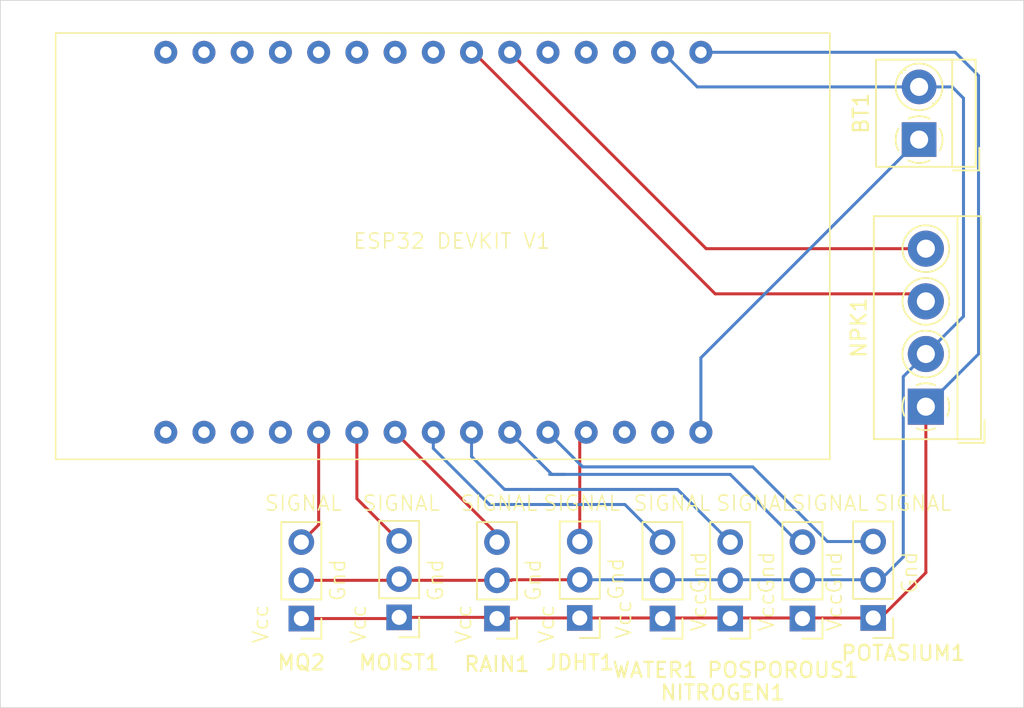
<source format=kicad_pcb>
(kicad_pcb (version 20240108) (generator "pcbnew") (generator_version "8.0")
  (layers (0 "F.Cu" signal) (31 "B.Cu" signal) (34 "B.Paste" user) (35 "F.Paste" user) (36 "B.SilkS" user "B.Silkscreen") (37 "F.SilkS" user "F.Silkscreen") (38 "B.Mask" user) (39 "F.Mask" user) (44 "Edge.Cuts" user))
  (net 0 "")
  (net 1 "Net-(BT1-+)")
  (net 2 "GND")
  (net 3 "MQ2")
  (net 4 "3V3")
  (net 5 "RAIN")
  (net 6 "MOIST")
  (net 7 "DHT")
  (net 8 "RX")
  (net 9 "TX")
  (net 10 "NITRO")
  (net 21 "POSP")
  (net 27 "POT")
  (net 30 "WATER")
  (footprint "New folder:ESP32DEVIKITV1" (layer "F.Cu") (at 29.49 62.2)
    (property "Reference" "ESP32 DEVKIT V1" (at 19.01 -12.7 0) (layer "F.SilkS") (effects (font (thickness 0.1))))
    (property "Value" "~" (hide yes))
    (fp_rect (start -7.32 -26.53) (end 44.13 1.8) (stroke (width 0.1)) (fill none) (layer "F.SilkS"))
    (pad "1" thru_hole circle (at 0 0) (size 1.524 1.524) (drill 0.762) (layers "*.Cu" "*.Mask"))
    (pad "2" thru_hole circle (at 2.54 0) (size 1.524 1.524) (drill 0.762) (layers "*.Cu" "*.Mask"))
    (pad "3" thru_hole circle (at 5.08 0) (size 1.524 1.524) (drill 0.762) (layers "*.Cu" "*.Mask"))
    (pad "4" thru_hole circle (at 7.62 0) (size 1.524 1.524) (drill 0.762) (layers "*.Cu" "*.Mask"))
    (pad "5" thru_hole circle (at 10.16 0) (size 1.524 1.524) (drill 0.762) (layers "*.Cu" "*.Mask") (net 3 "MQ2"))
    (pad "6" thru_hole circle (at 12.7 0) (size 1.524 1.524) (drill 0.762) (layers "*.Cu" "*.Mask") (net 6 "MOIST"))
    (pad "7" thru_hole circle (at 15.24 0) (size 1.524 1.524) (drill 0.762) (layers "*.Cu" "*.Mask") (net 5 "RAIN"))
    (pad "8" thru_hole circle (at 17.78 0) (size 1.524 1.524) (drill 0.762) (layers "*.Cu" "*.Mask") (net 30 "WATER"))
    (pad "9" thru_hole circle (at 20.32 0) (size 1.524 1.524) (drill 0.762) (layers "*.Cu" "*.Mask") (net 10 "NITRO"))
    (pad "10" thru_hole circle (at 22.86 0) (size 1.524 1.524) (drill 0.762) (layers "*.Cu" "*.Mask") (net 21 "POSP"))
    (pad "11" thru_hole circle (at 25.4 0) (size 1.524 1.524) (drill 0.762) (layers "*.Cu" "*.Mask") (net 27 "POT"))
    (pad "12" thru_hole circle (at 27.94 0) (size 1.524 1.524) (drill 0.762) (layers "*.Cu" "*.Mask") (net 7 "DHT"))
    (pad "13" thru_hole circle (at 30.48 0) (size 1.524 1.524) (drill 0.762) (layers "*.Cu" "*.Mask"))
    (pad "14" thru_hole circle (at 33.02 0) (size 1.524 1.524) (drill 0.762) (layers "*.Cu" "*.Mask"))
    (pad "15" thru_hole circle (at 35.56 0) (size 1.524 1.524) (drill 0.762) (layers "*.Cu" "*.Mask") (net 1 "Net-(BT1-+)"))
    (pad "16" thru_hole circle (at 35.56 -25.25) (size 1.524 1.524) (drill 0.762) (layers "*.Cu" "*.Mask") (net 4 "3V3"))
    (pad "17" thru_hole circle (at 33.02 -25.25) (size 1.524 1.524) (drill 0.762) (layers "*.Cu" "*.Mask") (net 2 "GND"))
    (pad "18" thru_hole circle (at 30.48 -25.25) (size 1.524 1.524) (drill 0.762) (layers "*.Cu" "*.Mask"))
    (pad "19" thru_hole circle (at 27.94 -25.25) (size 1.524 1.524) (drill 0.762) (layers "*.Cu" "*.Mask"))
    (pad "20" thru_hole circle (at 25.4 -25.25) (size 1.524 1.524) (drill 0.762) (layers "*.Cu" "*.Mask"))
    (pad "21" thru_hole circle (at 22.86 -25.25) (size 1.524 1.524) (drill 0.762) (layers "*.Cu" "*.Mask") (net 8 "RX"))
    (pad "22" thru_hole circle (at 20.32 -25.25) (size 1.524 1.524) (drill 0.762) (layers "*.Cu" "*.Mask") (net 9 "TX"))
    (pad "23" thru_hole circle (at 17.78 -25.25) (size 1.524 1.524) (drill 0.762) (layers "*.Cu" "*.Mask"))
    (pad "24" thru_hole circle (at 15.24 -25.25) (size 1.524 1.524) (drill 0.762) (layers "*.Cu" "*.Mask"))
    (pad "25" thru_hole circle (at 12.7 -25.25) (size 1.524 1.524) (drill 0.762) (layers "*.Cu" "*.Mask"))
    (pad "26" thru_hole circle (at 10.16 -25.25) (size 1.524 1.524) (drill 0.762) (layers "*.Cu" "*.Mask"))
    (pad "27" thru_hole circle (at 7.62 -25.25) (size 1.524 1.524) (drill 0.762) (layers "*.Cu" "*.Mask"))
    (pad "28" thru_hole circle (at 5.08 -25.25) (size 1.524 1.524) (drill 0.762) (layers "*.Cu" "*.Mask"))
    (pad "29" thru_hole circle (at 2.54 -25.25) (size 1.524 1.524) (drill 0.762) (layers "*.Cu" "*.Mask"))
    (pad "30" thru_hole circle (at 0 -25.25) (size 1.524 1.524) (drill 0.762) (layers "*.Cu" "*.Mask"))
  )
  (footprint "Connector_PinHeader_2.54mm:PinHeader_1x03_P2.54mm_Vertical" (layer "F.Cu") (at 67 74.58 180)
    (property "Reference" "NITROGEN1" (at 0.5 -4.92 180) (layer "F.SilkS"))
    (property "Value" "Conn_01x03_Pin")
    (fp_line (start 1.33 1.27) (end 1.33 6.41) (stroke (width 0.12)) (layer "F.SilkS"))
    (fp_line (start -1.33 6.41) (end 1.33 6.41) (stroke (width 0.12)) (layer "F.SilkS"))
    (fp_line (start -1.33 1.27) (end 1.33 1.27) (stroke (width 0.12)) (layer "F.SilkS"))
    (fp_line (start -1.33 1.27) (end -1.33 6.41) (stroke (width 0.12)) (layer "F.SilkS"))
    (fp_line (start -1.33 0) (end -1.33 -1.33) (stroke (width 0.12)) (layer "F.SilkS"))
    (fp_line (start -1.33 -1.33) (end 0 -1.33) (stroke (width 0.12)) (layer "F.SilkS"))
    (pad "1" thru_hole rect (at 0 0 180) (size 1.7 1.7) (drill 1) (layers "*.Cu" "*.Mask") (net 4 "3V3"))
    (pad "2" thru_hole oval (at 0 2.54 180) (size 1.7 1.7) (drill 1) (layers "*.Cu" "*.Mask") (net 2 "GND"))
    (pad "3" thru_hole oval (at 0 5.08 180) (size 1.7 1.7) (drill 1) (layers "*.Cu" "*.Mask") (net 10 "NITRO"))
  )
  (footprint "Connector_PinHeader_2.54mm:PinHeader_1x03_P2.54mm_Vertical" (layer "F.Cu") (at 76.5 74.54 180)
    (property "Reference" "POTASIUM1" (at -2 -2.33 180) (layer "F.SilkS"))
    (property "Value" "Conn_01x03_Pin")
    (fp_line (start 1.33 1.27) (end 1.33 6.41) (stroke (width 0.12)) (layer "F.SilkS"))
    (fp_line (start -1.33 6.41) (end 1.33 6.41) (stroke (width 0.12)) (layer "F.SilkS"))
    (fp_line (start -1.33 1.27) (end 1.33 1.27) (stroke (width 0.12)) (layer "F.SilkS"))
    (fp_line (start -1.33 1.27) (end -1.33 6.41) (stroke (width 0.12)) (layer "F.SilkS"))
    (fp_line (start -1.33 0) (end -1.33 -1.33) (stroke (width 0.12)) (layer "F.SilkS"))
    (fp_line (start -1.33 -1.33) (end 0 -1.33) (stroke (width 0.12)) (layer "F.SilkS"))
    (pad "1" thru_hole rect (at 0 0 180) (size 1.7 1.7) (drill 1) (layers "*.Cu" "*.Mask") (net 4 "3V3"))
    (pad "2" thru_hole oval (at 0 2.54 180) (size 1.7 1.7) (drill 1) (layers "*.Cu" "*.Mask") (net 2 "GND"))
    (pad "3" thru_hole oval (at 0 5.08 180) (size 1.7 1.7) (drill 1) (layers "*.Cu" "*.Mask") (net 27 "POT"))
  )
  (footprint "Connector_PinHeader_2.54mm:PinHeader_1x03_P2.54mm_Vertical" (layer "F.Cu") (at 62.5 74.58 180)
    (property "Reference" "WATER1" (at 0.5 -3.42 180) (layer "F.SilkS"))
    (property "Value" "Conn_01x03_Pin")
    (fp_line (start 1.33 1.27) (end 1.33 6.41) (stroke (width 0.12)) (layer "F.SilkS"))
    (fp_line (start -1.33 6.41) (end 1.33 6.41) (stroke (width 0.12)) (layer "F.SilkS"))
    (fp_line (start -1.33 1.27) (end 1.33 1.27) (stroke (width 0.12)) (layer "F.SilkS"))
    (fp_line (start -1.33 1.27) (end -1.33 6.41) (stroke (width 0.12)) (layer "F.SilkS"))
    (fp_line (start -1.33 0) (end -1.33 -1.33) (stroke (width 0.12)) (layer "F.SilkS"))
    (fp_line (start -1.33 -1.33) (end 0 -1.33) (stroke (width 0.12)) (layer "F.SilkS"))
    (pad "1" thru_hole rect (at 0 0 180) (size 1.7 1.7) (drill 1) (layers "*.Cu" "*.Mask") (net 4 "3V3"))
    (pad "2" thru_hole oval (at 0 2.54 180) (size 1.7 1.7) (drill 1) (layers "*.Cu" "*.Mask") (net 2 "GND"))
    (pad "3" thru_hole oval (at 0 5.08 180) (size 1.7 1.7) (drill 1) (layers "*.Cu" "*.Mask") (net 30 "WATER"))
  )
  (footprint "Connector_PinHeader_2.54mm:PinHeader_1x03_P2.54mm_Vertical" (layer "F.Cu") (at 57 74.54 180)
    (property "Reference" "JDHT1" (at 0 -2.96 180) (layer "F.SilkS"))
    (property "Value" "Conn_01x03_Pin")
    (fp_line (start 1.33 1.27) (end 1.33 6.41) (stroke (width 0.12)) (layer "F.SilkS"))
    (fp_line (start -1.33 6.41) (end 1.33 6.41) (stroke (width 0.12)) (layer "F.SilkS"))
    (fp_line (start -1.33 1.27) (end 1.33 1.27) (stroke (width 0.12)) (layer "F.SilkS"))
    (fp_line (start -1.33 1.27) (end -1.33 6.41) (stroke (width 0.12)) (layer "F.SilkS"))
    (fp_line (start -1.33 0) (end -1.33 -1.33) (stroke (width 0.12)) (layer "F.SilkS"))
    (fp_line (start -1.33 -1.33) (end 0 -1.33) (stroke (width 0.12)) (layer "F.SilkS"))
    (pad "1" thru_hole rect (at 0 0 180) (size 1.7 1.7) (drill 1) (layers "*.Cu" "*.Mask") (net 4 "3V3"))
    (pad "2" thru_hole oval (at 0 2.54 180) (size 1.7 1.7) (drill 1) (layers "*.Cu" "*.Mask") (net 2 "GND"))
    (pad "3" thru_hole oval (at 0 5.08 180) (size 1.7 1.7) (drill 1) (layers "*.Cu" "*.Mask") (net 7 "DHT"))
  )
  (footprint "Connector_PinHeader_2.54mm:PinHeader_1x03_P2.54mm_Vertical" (layer "F.Cu") (at 45 74.5 180)
    (property "Reference" "MOIST1" (at 0 -3 180) (layer "F.SilkS"))
    (property "Value" "Conn_01x03_Pin")
    (fp_line (start 1.33 1.27) (end 1.33 6.41) (stroke (width 0.12)) (layer "F.SilkS"))
    (fp_line (start -1.33 6.41) (end 1.33 6.41) (stroke (width 0.12)) (layer "F.SilkS"))
    (fp_line (start -1.33 1.27) (end 1.33 1.27) (stroke (width 0.12)) (layer "F.SilkS"))
    (fp_line (start -1.33 1.27) (end -1.33 6.41) (stroke (width 0.12)) (layer "F.SilkS"))
    (fp_line (start -1.33 0) (end -1.33 -1.33) (stroke (width 0.12)) (layer "F.SilkS"))
    (fp_line (start -1.33 -1.33) (end 0 -1.33) (stroke (width 0.12)) (layer "F.SilkS"))
    (pad "1" thru_hole rect (at 0 0 180) (size 1.7 1.7) (drill 1) (layers "*.Cu" "*.Mask") (net 4 "3V3"))
    (pad "2" thru_hole oval (at 0 2.54 180) (size 1.7 1.7) (drill 1) (layers "*.Cu" "*.Mask") (net 2 "GND"))
    (pad "3" thru_hole oval (at 0 5.08 180) (size 1.7 1.7) (drill 1) (layers "*.Cu" "*.Mask") (net 6 "MOIST"))
  )
  (footprint "Connector_PinHeader_2.54mm:PinHeader_1x03_P2.54mm_Vertical" (layer "F.Cu") (at 38.5 74.58 180)
    (property "Reference" "MQ2" (at 0 -2.92 180) (layer "F.SilkS"))
    (property "Value" "Conn_01x03_Pin")
    (fp_line (start 1.33 1.27) (end 1.33 6.41) (stroke (width 0.12)) (layer "F.SilkS"))
    (fp_line (start -1.33 6.41) (end 1.33 6.41) (stroke (width 0.12)) (layer "F.SilkS"))
    (fp_line (start -1.33 1.27) (end 1.33 1.27) (stroke (width 0.12)) (layer "F.SilkS"))
    (fp_line (start -1.33 1.27) (end -1.33 6.41) (stroke (width 0.12)) (layer "F.SilkS"))
    (fp_line (start -1.33 0) (end -1.33 -1.33) (stroke (width 0.12)) (layer "F.SilkS"))
    (fp_line (start -1.33 -1.33) (end 0 -1.33) (stroke (width 0.12)) (layer "F.SilkS"))
    (pad "1" thru_hole rect (at 0 0 180) (size 1.7 1.7) (drill 1) (layers "*.Cu" "*.Mask") (net 4 "3V3"))
    (pad "2" thru_hole oval (at 0 2.54 180) (size 1.7 1.7) (drill 1) (layers "*.Cu" "*.Mask") (net 2 "GND"))
    (pad "3" thru_hole oval (at 0 5.08 180) (size 1.7 1.7) (drill 1) (layers "*.Cu" "*.Mask") (net 3 "MQ2"))
  )
  (footprint "TerminalBlock_MetzConnect:TerminalBlock_MetzConnect_Type059_RT06302HBWC_1x02_P3.50mm_Horizontal" (layer "F.Cu") (at 79.55 42.75 90)
    (property "Reference" "BT1" (at 1.75 -3.86 -90) (layer "F.SilkS"))
    (property "Value" "Battery")
    (fp_line (start 5.31 -2.86) (end 5.31 3.76) (stroke (width 0.12)) (layer "F.SilkS"))
    (fp_line (start -1.81 -2.86) (end 5.31 -2.86) (stroke (width 0.12)) (layer "F.SilkS"))
    (fp_line (start -1.81 -2.86) (end -1.81 3.76) (stroke (width 0.12)) (layer "F.SilkS"))
    (fp_line (start 4.49 -1.18) (end 4.436 -1.126) (stroke (width 0.12)) (layer "F.SilkS"))
    (fp_line (start 4.68 -0.99) (end 4.604 -0.914) (stroke (width 0.12)) (layer "F.SilkS"))
    (fp_line (start 2.397 0.914) (end 2.321 0.99) (stroke (width 0.12)) (layer "F.SilkS"))
    (fp_line (start 2.565 1.125) (end 2.511 1.18) (stroke (width 0.12)) (layer "F.SilkS"))
    (fp_line (start -1.81 2.2) (end 5.31 2.2) (stroke (width 0.12)) (layer "F.SilkS"))
    (fp_line (start -2.05 2.26) (end -2.05 4) (stroke (width 0.12)) (layer "F.SilkS"))
    (fp_line (start -1.81 3.76) (end 5.31 3.76) (stroke (width 0.12)) (layer "F.SilkS"))
    (fp_line (start -2.05 4) (end -0.55 4) (stroke (width 0.12)) (layer "F.SilkS"))
    (fp_arc (start -0.705733 -1.386645) (mid 0.000711 -1.555906) (end 0.707 -1.386) (stroke (width 0.12)) (layer "F.SilkS"))
    (fp_arc (start 1.386645 -0.705733) (mid 1.555906 0.000711) (end 1.386 0.707) (stroke (width 0.12)) (layer "F.SilkS"))
    (fp_arc (start -1.386645 0.705733) (mid -1.555906 -0.000711) (end -1.386 -0.707) (stroke (width 0.12)) (layer "F.SilkS"))
    (fp_arc (start 0.705955 1.385515) (mid 0.363007 1.512035) (end 0 1.555) (stroke (width 0.12)) (layer "F.SilkS"))
    (fp_arc (start 0.026444 1.555682) (mid -0.350695 1.515869) (end -0.707 1.386) (stroke (width 0.12)) (layer "F.SilkS"))
    (fp_circle (center 3.5 0) (end 5.055 0) (stroke (width 0.12)) (fill none) (layer "F.SilkS"))
    (pad "1" thru_hole rect (at 0 0 90) (size 2.3 2.3) (drill 1.2) (layers "*.Cu" "*.Mask") (net 1 "Net-(BT1-+)"))
    (pad "2" thru_hole circle (at 3.5 0 90) (size 2.3 2.3) (drill 1.2) (layers "*.Cu" "*.Mask") (net 2 "GND"))
  )
  (footprint "Connector_PinHeader_2.54mm:PinHeader_1x03_P2.54mm_Vertical" (layer "F.Cu") (at 51.5 74.58 180)
    (property "Reference" "RAIN1" (at 0 -3.03 180) (layer "F.SilkS"))
    (property "Value" "Conn_01x03_Pin")
    (fp_line (start 1.33 1.27) (end 1.33 6.41) (stroke (width 0.12)) (layer "F.SilkS"))
    (fp_line (start -1.33 6.41) (end 1.33 6.41) (stroke (width 0.12)) (layer "F.SilkS"))
    (fp_line (start -1.33 1.27) (end 1.33 1.27) (stroke (width 0.12)) (layer "F.SilkS"))
    (fp_line (start -1.33 1.27) (end -1.33 6.41) (stroke (width 0.12)) (layer "F.SilkS"))
    (fp_line (start -1.33 0) (end -1.33 -1.33) (stroke (width 0.12)) (layer "F.SilkS"))
    (fp_line (start -1.33 -1.33) (end 0 -1.33) (stroke (width 0.12)) (layer "F.SilkS"))
    (pad "1" thru_hole rect (at 0 0 180) (size 1.7 1.7) (drill 1) (layers "*.Cu" "*.Mask") (net 4 "3V3"))
    (pad "2" thru_hole oval (at 0 2.54 180) (size 1.7 1.7) (drill 1) (layers "*.Cu" "*.Mask") (net 2 "GND"))
    (pad "3" thru_hole oval (at 0 5.08 180) (size 1.7 1.7) (drill 1) (layers "*.Cu" "*.Mask") (net 5 "RAIN"))
  )
  (footprint "Connector_PinHeader_2.54mm:PinHeader_1x03_P2.54mm_Vertical" (layer "F.Cu") (at 71.8 74.58 180)
    (property "Reference" "POSPOROUS1" (at 1.3 -3.42 180) (layer "F.SilkS"))
    (property "Value" "Conn_01x03_Pin")
    (fp_line (start 1.33 1.27) (end 1.33 6.41) (stroke (width 0.12)) (layer "F.SilkS"))
    (fp_line (start -1.33 6.41) (end 1.33 6.41) (stroke (width 0.12)) (layer "F.SilkS"))
    (fp_line (start -1.33 1.27) (end 1.33 1.27) (stroke (width 0.12)) (layer "F.SilkS"))
    (fp_line (start -1.33 1.27) (end -1.33 6.41) (stroke (width 0.12)) (layer "F.SilkS"))
    (fp_line (start -1.33 0) (end -1.33 -1.33) (stroke (width 0.12)) (layer "F.SilkS"))
    (fp_line (start -1.33 -1.33) (end 0 -1.33) (stroke (width 0.12)) (layer "F.SilkS"))
    (pad "1" thru_hole rect (at 0 0 180) (size 1.7 1.7) (drill 1) (layers "*.Cu" "*.Mask") (net 4 "3V3"))
    (pad "2" thru_hole oval (at 0 2.54 180) (size 1.7 1.7) (drill 1) (layers "*.Cu" "*.Mask") (net 2 "GND"))
    (pad "3" thru_hole oval (at 0 5.08 180) (size 1.7 1.7) (drill 1) (layers "*.Cu" "*.Mask") (net 21 "POSP"))
  )
  (footprint "TerminalBlock_4Ucon:TerminalBlock_4Ucon_1x04_P3.50mm_Horizontal" (layer "F.Cu") (at 80 60.5 90)
    (property "Reference" "NPK1" (at 5.25 -4.46 -90) (layer "F.SilkS"))
    (property "Value" "Screw_Terminal_01x04")
    (fp_line (start 12.66 -3.46) (end 12.66 3.66) (stroke (width 0.12)) (layer "F.SilkS"))
    (fp_line (start -2.16 -3.46) (end 12.66 -3.46) (stroke (width 0.12)) (layer "F.SilkS"))
    (fp_line (start -2.16 -3.46) (end -2.16 3.66) (stroke (width 0.12)) (layer "F.SilkS"))
    (fp_line (start -2.16 2.1) (end 12.66 2.1) (stroke (width 0.12)) (layer "F.SilkS"))
    (fp_line (start -2.4 2.16) (end -2.4 3.9) (stroke (width 0.12)) (layer "F.SilkS"))
    (fp_line (start -2.16 3.66) (end 12.66 3.66) (stroke (width 0.12)) (layer "F.SilkS"))
    (fp_line (start -2.4 3.9) (end -0.9 3.9) (stroke (width 0.12)) (layer "F.SilkS"))
    (fp_arc (start -0.607742 -1.432109) (mid 0.00014 -1.555727) (end 0.608 -1.432) (stroke (width 0.12)) (layer "F.SilkS"))
    (fp_arc (start 1.432109 -0.607742) (mid 1.555727 0.00014) (end 1.432 0.608) (stroke (width 0.12)) (layer "F.SilkS"))
    (fp_arc (start -1.432109 0.607742) (mid -1.555727 -0.00014) (end -1.432 -0.608) (stroke (width 0.12)) (layer "F.SilkS"))
    (fp_arc (start 0.607587 1.431385) (mid 0.310017 1.523783) (end 0 1.555) (stroke (width 0.12)) (layer "F.SilkS"))
    (fp_arc (start 0.027011 1.555493) (mid -0.296984 1.527118) (end -0.608 1.432) (stroke (width 0.12)) (layer "F.SilkS"))
    (fp_circle (center 10.5 0) (end 12.055 0) (stroke (width 0.12)) (fill none) (layer "F.SilkS"))
    (fp_circle (center 7 0) (end 8.555 0) (stroke (width 0.12)) (fill none) (layer "F.SilkS"))
    (fp_circle (center 3.5 0) (end 5.055 0) (stroke (width 0.12)) (fill none) (layer "F.SilkS"))
    (pad "1" thru_hole rect (at 0 0 90) (size 2.4 2.4) (drill 1.2) (layers "*.Cu" "*.Mask") (net 4 "3V3"))
    (pad "2" thru_hole circle (at 3.5 0 90) (size 2.4 2.4) (drill 1.2) (layers "*.Cu" "*.Mask") (net 2 "GND"))
    (pad "3" thru_hole circle (at 7 0 90) (size 2.4 2.4) (drill 1.2) (layers "*.Cu" "*.Mask") (net 9 "TX"))
    (pad "4" thru_hole circle (at 10.5 0 90) (size 2.4 2.4) (drill 1.2) (layers "*.Cu" "*.Mask") (net 8 "RX"))
  )
  (gr_rect (start 18.5 33.5) (end 86.5 80.5) (stroke (width 0.05)) (fill none) (layer "Edge.Cuts"))
  (gr_text "SIGNAL\n" (at 71 67.5 0) (layer "F.SilkS") (effects (font (size 1 1) (thickness 0.1)) (justify left bottom)))
  (gr_text "SIGNAL\n" (at 49 67.5 0) (layer "F.SilkS") (effects (font (size 1 1) (thickness 0.1)) (justify left bottom)))
  (gr_text "Gnd" (at 65.5 73 90) (layer "F.SilkS") (effects (font (size 1 1) (thickness 0.1)) (justify left bottom)))
  (gr_text "SIGNAL\n" (at 66 67.5 0) (layer "F.SilkS") (effects (font (size 1 1) (thickness 0.1)) (justify left bottom)))
  (gr_text "Gnd" (at 74.5 73 90) (layer "F.SilkS") (effects (font (size 1 1) (thickness 0.1)) (justify left bottom)))
  (gr_text "Vcc\n" (at 60.5 76 90) (layer "F.SilkS") (effects (font (size 1 1) (thickness 0.1)) (justify left bottom)))
  (gr_text "Gnd" (at 48 73.5 90) (layer "F.SilkS") (effects (font (size 1 1) (thickness 0.1)) (justify left bottom)))
  (gr_text "Vcc\n" (at 36.375214 76.296214 90) (layer "F.SilkS") (effects (font (size 1 1) (thickness 0.1)) (justify left bottom)))
  (gr_text "SIGNAL\n" (at 54.5 67.5 0) (layer "F.SilkS") (effects (font (size 1 1) (thickness 0.1)) (justify left bottom)))
  (gr_text "Gnd" (at 79.5 73 90) (layer "F.SilkS") (effects (font (size 1 1) (thickness 0.1)) (justify left bottom)))
  (gr_text "SIGNAL\n" (at 36 67.5 0) (layer "F.SilkS") (effects (font (size 1 1) (thickness 0.1)) (justify left bottom)))
  (gr_text "Vcc\n" (at 74.5 75.5 90) (layer "F.SilkS") (effects (font (size 1 1) (thickness 0.1)) (justify left bottom)))
  (gr_text "Gnd" (at 70 73 90) (layer "F.SilkS") (effects (font (size 1 1) (thickness 0.1)) (justify left bottom)))
  (gr_text "Gnd" (at 60 73.415262 90) (layer "F.SilkS") (effects (font (size 1 1) (thickness 0.1)) (justify left bottom)))
  (gr_text "SIGNAL\n" (at 42.5 67.5 0) (layer "F.SilkS") (effects (font (size 1 1) (thickness 0.1)) (justify left bottom)))
  (gr_text "Vcc\n" (at 65.5 75.5 90) (layer "F.SilkS") (effects (font (size 1 1) (thickness 0.1)) (justify left bottom)))
  (gr_text "Gnd" (at 54.5 73.5 90) (layer "F.SilkS") (effects (font (size 1 1) (thickness 0.1)) (justify left bottom)))
  (gr_text "Vcc\n" (at 55.375214 76.296214 90) (layer "F.SilkS") (effects (font (size 1 1) (thickness 0.1)) (justify left bottom)))
  (gr_text "SIGNAL\n" (at 60.5 67.5 0) (layer "F.SilkS") (effects (font (size 1 1) (thickness 0.1)) (justify left bottom)))
  (gr_text "Gnd" (at 41.5 73.5 90) (layer "F.SilkS") (effects (font (size 1 1) (thickness 0.1)) (justify left bottom)))
  (gr_text "Vcc\n" (at 70 75.5 90) (layer "F.SilkS") (effects (font (size 1 1) (thickness 0.1)) (justify left bottom)))
  (gr_text "Vcc\n" (at 49.875214 76.296214 90) (layer "F.SilkS") (effects (font (size 1 1) (thickness 0.1)) (justify left bottom)))
  (gr_text "SIGNAL\n" (at 76.5 67.5 0) (layer "F.SilkS") (effects (font (size 1 1) (thickness 0.1)) (justify left bottom)))
  (gr_text "Vcc\n" (at 42.875214 76.296214 90) (layer "F.SilkS") (effects (font (size 1 1) (thickness 0.1)) (justify left bottom)))
  (segment (start 65.05 57.25) (end 79.55 42.75) (width 0.2) (layer "B.Cu") (net 1))
  (segment (start 65.05 62.2) (end 65.05 57.25) (width 0.2) (layer "B.Cu") (net 1))
  (segment (start 44.92 72.04) (end 45 71.96) (width 0.2) (layer "F.Cu") (net 2))
  (segment (start 52.5 72) (end 57 72) (width 0.2) (layer "F.Cu") (net 2))
  (segment (start 51.5 72.04) (end 52.46 72.04) (width 0.2) (layer "F.Cu") (net 2))
  (segment (start 52.46 72.04) (end 52.5 72) (width 0.2) (layer "F.Cu") (net 2))
  (segment (start 38.5 72.04) (end 44.92 72.04) (width 0.2) (layer "F.Cu") (net 2))
  (segment (start 57 72) (end 57.5 72) (width 0.2) (layer "F.Cu") (net 2))
  (segment (start 45.08 72.04) (end 45 71.96) (width 0.2) (layer "F.Cu") (net 2))
  (segment (start 51.5 72.04) (end 45.08 72.04) (width 0.2) (layer "F.Cu") (net 2))
  (segment (start 64.81 39.25) (end 62.51 36.95) (width 0.2) (layer "B.Cu") (net 2))
  (segment (start 81.75 39.25) (end 79.55 39.25) (width 0.2) (layer "B.Cu") (net 2))
  (segment (start 79.55 39.25) (end 64.81 39.25) (width 0.2) (layer "B.Cu") (net 2))
  (segment (start 82.5 40) (end 81.75 39.25) (width 0.2) (layer "B.Cu") (net 2))
  (segment (start 76.99 72) (end 78.5 70.49) (width 0.2) (layer "B.Cu") (net 2))
  (segment (start 78.5 58.5) (end 80 57) (width 0.2) (layer "B.Cu") (net 2))
  (segment (start 82.5 54.5) (end 82.5 40) (width 0.2) (layer "B.Cu") (net 2))
  (segment (start 78.5 70.49) (end 78.5 58.5) (width 0.2) (layer "B.Cu") (net 2))
  (segment (start 80 57) (end 82.5 54.5) (width 0.2) (layer "B.Cu") (net 2))
  (segment (start 56.5 72) (end 76.49 72) (width 0.2) (layer "B.Cu") (net 2))
  (segment (start 38.5 69.5) (end 39.65 68.35) (width 0.2) (layer "F.Cu") (net 3))
  (segment (start 39.65 68.35) (end 39.65 62.2) (width 0.2) (layer "F.Cu") (net 3))
  (segment (start 76.99 74.54) (end 80 71.53) (width 0.2) (layer "F.Cu") (net 4))
  (segment (start 38.5 74.58) (end 44.92 74.58) (width 0.2) (layer "F.Cu") (net 4))
  (segment (start 56.5 74.54) (end 76.49 74.54) (width 0.2) (layer "F.Cu") (net 4))
  (segment (start 52.46 74.54) (end 57 74.54) (width 0.2) (layer "F.Cu") (net 4))
  (segment (start 45 74.5) (end 51.42 74.5) (width 0.2) (layer "F.Cu") (net 4))
  (segment (start 52.42 74.58) (end 52.46 74.54) (width 0.2) (layer "F.Cu") (net 4))
  (segment (start 51.42 74.5) (end 51.5 74.58) (width 0.2) (layer "F.Cu") (net 4))
  (segment (start 80 71.53) (end 80 60.5) (width 0.2) (layer "F.Cu") (net 4))
  (segment (start 44.92 74.58) (end 45 74.5) (width 0.2) (layer "F.Cu") (net 4))
  (segment (start 51.5 74.58) (end 52.42 74.58) (width 0.2) (layer "F.Cu") (net 4))
  (segment (start 83.5 38.5) (end 81.95 36.95) (width 0.2) (layer "B.Cu") (net 4))
  (segment (start 83.5 57) (end 83.5 38.5) (width 0.2) (layer "B.Cu") (net 4))
  (segment (start 81.95 36.95) (end 65.05 36.95) (width 0.2) (layer "B.Cu") (net 4))
  (segment (start 80 60.5) (end 83.5 57) (width 0.2) (layer "B.Cu") (net 4))
  (segment (start 44.73 62.2) (end 51.5 68.97) (width 0.2) (layer "F.Cu") (net 5))
  (segment (start 51.5 68.97) (end 51.5 69.5) (width 0.2) (layer "F.Cu") (net 5))
  (segment (start 42.19 66.61) (end 45 69.42) (width 0.2) (layer "F.Cu") (net 6))
  (segment (start 42.19 62.2) (end 42.19 66.61) (width 0.2) (layer "F.Cu") (net 6))
  (segment (start 57 69.46) (end 57 62.63) (width 0.2) (layer "F.Cu") (net 7))
  (segment (start 57 62.63) (end 57.43 62.2) (width 0.2) (layer "F.Cu") (net 7))
  (segment (start 65.4 50) (end 52.35 36.95) (width 0.2) (layer "F.Cu") (net 8))
  (segment (start 80 50) (end 65.4 50) (width 0.2) (layer "F.Cu") (net 8))
  (segment (start 66 53) (end 79.5 53) (width 0.2) (layer "F.Cu") (net 9))
  (segment (start 49.81 36.95) (end 49.95 36.95) (width 0.2) (layer "F.Cu") (net 9))
  (segment (start 79.5 53) (end 80 53.5) (width 0.2) (layer "F.Cu") (net 9))
  (segment (start 49.95 36.95) (end 66 53) (width 0.2) (layer "F.Cu") (net 9))
  (segment (start 52 66) (end 49.81 63.81) (width 0.2) (layer "B.Cu") (net 10))
  (segment (start 63.5 66) (end 52 66) (width 0.2) (layer "B.Cu") (net 10))
  (segment (start 49.81 63.81) (end 49.81 62.2) (width 0.2) (layer "B.Cu") (net 10))
  (segment (start 67 69.5) (end 63.5 66) (width 0.2) (layer "B.Cu") (net 10))
  (segment (start 71.8 69.5) (end 71.5 69.5) (width 0.2) (layer "B.Cu") (net 21))
  (segment (start 71.5 69.5) (end 67 65) (width 0.2) (layer "B.Cu") (net 21))
  (segment (start 56 65) (end 55 65) (width 0.2) (layer "B.Cu") (net 21))
  (segment (start 67 65) (end 56 65) (width 0.2) (layer "B.Cu") (net 21))
  (segment (start 55.15 65) (end 52.35 62.2) (width 0.2) (layer "B.Cu") (net 21))
  (segment (start 56 65) (end 55.15 65) (width 0.2) (layer "B.Cu") (net 21))
  (segment (start 57.19 64.5) (end 54.89 62.2) (width 0.2) (layer "B.Cu") (net 27))
  (segment (start 68.5 64.5) (end 57.19 64.5) (width 0.2) (layer "B.Cu") (net 27))
  (segment (start 73.46 69.46) (end 68.5 64.5) (width 0.2) (layer "B.Cu") (net 27))
  (segment (start 76.5 69.46) (end 73.46 69.46) (width 0.2) (layer "B.Cu") (net 27))
  (segment (start 62.5 69.5) (end 60 67) (width 0.2) (layer "B.Cu") (net 30))
  (segment (start 60 67) (end 51 67) (width 0.2) (layer "B.Cu") (net 30))
  (segment (start 47.27 63.27) (end 47.27 62.2) (width 0.2) (layer "B.Cu") (net 30))
  (segment (start 51 67) (end 47.27 63.27) (width 0.2) (layer "B.Cu") (net 30))
)
</source>
